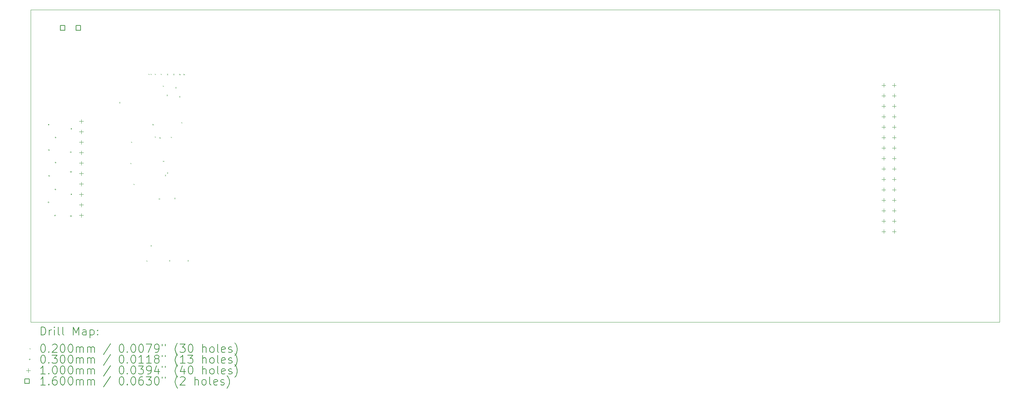
<source format=gbr>
%TF.GenerationSoftware,KiCad,Pcbnew,8.0.3*%
%TF.CreationDate,2025-06-28T13:49:27+03:00*%
%TF.ProjectId,Camera_Expansion_Board_V2.0,43616d65-7261-45f4-9578-70616e73696f,rev?*%
%TF.SameCoordinates,Original*%
%TF.FileFunction,Drillmap*%
%TF.FilePolarity,Positive*%
%FSLAX45Y45*%
G04 Gerber Fmt 4.5, Leading zero omitted, Abs format (unit mm)*
G04 Created by KiCad (PCBNEW 8.0.3) date 2025-06-28 13:49:27*
%MOMM*%
%LPD*%
G01*
G04 APERTURE LIST*
%ADD10C,0.100000*%
%ADD11C,0.200000*%
%ADD12C,0.160000*%
G04 APERTURE END LIST*
D10*
X2770375Y-5461125D02*
X26293375Y-5461125D01*
X26293375Y-13056125D01*
X2770375Y-13056125D01*
X2770375Y-5461125D01*
D11*
D10*
X4922375Y-7706625D02*
X4942375Y-7726625D01*
X4942375Y-7706625D02*
X4922375Y-7726625D01*
X5193375Y-9182625D02*
X5213375Y-9202625D01*
X5213375Y-9182625D02*
X5193375Y-9202625D01*
X5210375Y-8668625D02*
X5230375Y-8688625D01*
X5230375Y-8668625D02*
X5210375Y-8688625D01*
X5267375Y-9690625D02*
X5287375Y-9710625D01*
X5287375Y-9690625D02*
X5267375Y-9710625D01*
X5584375Y-11554625D02*
X5604375Y-11574625D01*
X5604375Y-11554625D02*
X5584375Y-11574625D01*
X5633375Y-7019625D02*
X5653375Y-7039625D01*
X5653375Y-7019625D02*
X5633375Y-7039625D01*
X5683375Y-7019625D02*
X5703375Y-7039625D01*
X5703375Y-7019625D02*
X5683375Y-7039625D01*
X5684375Y-11185625D02*
X5704375Y-11205625D01*
X5704375Y-11185625D02*
X5684375Y-11205625D01*
X5732875Y-8241625D02*
X5752875Y-8261625D01*
X5752875Y-8241625D02*
X5732875Y-8261625D01*
X5784375Y-7019625D02*
X5804375Y-7039625D01*
X5804375Y-7019625D02*
X5784375Y-7039625D01*
X5785375Y-8539625D02*
X5805375Y-8559625D01*
X5805375Y-8539625D02*
X5785375Y-8559625D01*
X5882375Y-10046625D02*
X5902375Y-10066625D01*
X5902375Y-10046625D02*
X5882375Y-10066625D01*
X5899375Y-8563625D02*
X5919375Y-8583625D01*
X5919375Y-8563625D02*
X5899375Y-8583625D01*
X5932375Y-7019625D02*
X5952375Y-7039625D01*
X5952375Y-7019625D02*
X5932375Y-7039625D01*
X5982875Y-7304625D02*
X6002875Y-7324625D01*
X6002875Y-7304625D02*
X5982875Y-7324625D01*
X5984375Y-9134625D02*
X6004375Y-9154625D01*
X6004375Y-9134625D02*
X5984375Y-9154625D01*
X6033375Y-9475625D02*
X6053375Y-9495625D01*
X6053375Y-9475625D02*
X6033375Y-9495625D01*
X6073195Y-7529625D02*
X6093195Y-7549625D01*
X6093195Y-7529625D02*
X6073195Y-7549625D01*
X6081375Y-9417625D02*
X6101375Y-9437625D01*
X6101375Y-9417625D02*
X6081375Y-9437625D01*
X6083375Y-7020625D02*
X6103375Y-7040625D01*
X6103375Y-7020625D02*
X6083375Y-7040625D01*
X6134375Y-11550625D02*
X6154375Y-11570625D01*
X6154375Y-11550625D02*
X6134375Y-11570625D01*
X6177375Y-8549625D02*
X6197375Y-8569625D01*
X6197375Y-8549625D02*
X6177375Y-8569625D01*
X6234375Y-7020625D02*
X6254375Y-7040625D01*
X6254375Y-7020625D02*
X6234375Y-7040625D01*
X6260375Y-10036625D02*
X6280375Y-10056625D01*
X6280375Y-10036625D02*
X6260375Y-10056625D01*
X6283375Y-7342625D02*
X6303375Y-7362625D01*
X6303375Y-7342625D02*
X6283375Y-7362625D01*
X6377375Y-7562625D02*
X6397375Y-7582625D01*
X6397375Y-7562625D02*
X6377375Y-7582625D01*
X6383375Y-7020625D02*
X6403375Y-7040625D01*
X6403375Y-7020625D02*
X6383375Y-7040625D01*
X6432375Y-8195625D02*
X6452375Y-8215625D01*
X6452375Y-8195625D02*
X6432375Y-8215625D01*
X6485375Y-7020625D02*
X6505375Y-7040625D01*
X6505375Y-7020625D02*
X6485375Y-7040625D01*
X6584375Y-11552625D02*
X6604375Y-11572625D01*
X6604375Y-11552625D02*
X6584375Y-11572625D01*
X3220625Y-10144875D02*
G75*
G02*
X3190625Y-10144875I-15000J0D01*
G01*
X3190625Y-10144875D02*
G75*
G02*
X3220625Y-10144875I15000J0D01*
G01*
X3224625Y-8254875D02*
G75*
G02*
X3194625Y-8254875I-15000J0D01*
G01*
X3194625Y-8254875D02*
G75*
G02*
X3224625Y-8254875I15000J0D01*
G01*
X3231625Y-8870875D02*
G75*
G02*
X3201625Y-8870875I-15000J0D01*
G01*
X3201625Y-8870875D02*
G75*
G02*
X3231625Y-8870875I15000J0D01*
G01*
X3236625Y-9500875D02*
G75*
G02*
X3206625Y-9500875I-15000J0D01*
G01*
X3206625Y-9500875D02*
G75*
G02*
X3236625Y-9500875I15000J0D01*
G01*
X3377625Y-10462875D02*
G75*
G02*
X3347625Y-10462875I-15000J0D01*
G01*
X3347625Y-10462875D02*
G75*
G02*
X3377625Y-10462875I15000J0D01*
G01*
X3387625Y-9829875D02*
G75*
G02*
X3357625Y-9829875I-15000J0D01*
G01*
X3357625Y-9829875D02*
G75*
G02*
X3387625Y-9829875I15000J0D01*
G01*
X3391625Y-8564875D02*
G75*
G02*
X3361625Y-8564875I-15000J0D01*
G01*
X3361625Y-8564875D02*
G75*
G02*
X3391625Y-8564875I15000J0D01*
G01*
X3391625Y-9173875D02*
G75*
G02*
X3361625Y-9173875I-15000J0D01*
G01*
X3361625Y-9173875D02*
G75*
G02*
X3391625Y-9173875I15000J0D01*
G01*
X3762625Y-8924875D02*
G75*
G02*
X3732625Y-8924875I-15000J0D01*
G01*
X3732625Y-8924875D02*
G75*
G02*
X3762625Y-8924875I15000J0D01*
G01*
X3766625Y-9401875D02*
G75*
G02*
X3736625Y-9401875I-15000J0D01*
G01*
X3736625Y-9401875D02*
G75*
G02*
X3766625Y-9401875I15000J0D01*
G01*
X3767625Y-10477875D02*
G75*
G02*
X3737625Y-10477875I-15000J0D01*
G01*
X3737625Y-10477875D02*
G75*
G02*
X3767625Y-10477875I15000J0D01*
G01*
X3774625Y-9947875D02*
G75*
G02*
X3744625Y-9947875I-15000J0D01*
G01*
X3744625Y-9947875D02*
G75*
G02*
X3774625Y-9947875I15000J0D01*
G01*
X3776625Y-8356875D02*
G75*
G02*
X3746625Y-8356875I-15000J0D01*
G01*
X3746625Y-8356875D02*
G75*
G02*
X3776625Y-8356875I15000J0D01*
G01*
X4004625Y-8123875D02*
X4004625Y-8223875D01*
X3954625Y-8173875D02*
X4054625Y-8173875D01*
X4004625Y-8377875D02*
X4004625Y-8477875D01*
X3954625Y-8427875D02*
X4054625Y-8427875D01*
X4004625Y-8631875D02*
X4004625Y-8731875D01*
X3954625Y-8681875D02*
X4054625Y-8681875D01*
X4004625Y-8885875D02*
X4004625Y-8985875D01*
X3954625Y-8935875D02*
X4054625Y-8935875D01*
X4004625Y-9139875D02*
X4004625Y-9239875D01*
X3954625Y-9189875D02*
X4054625Y-9189875D01*
X4004625Y-9393875D02*
X4004625Y-9493875D01*
X3954625Y-9443875D02*
X4054625Y-9443875D01*
X4004625Y-9647875D02*
X4004625Y-9747875D01*
X3954625Y-9697875D02*
X4054625Y-9697875D01*
X4004625Y-9901875D02*
X4004625Y-10001875D01*
X3954625Y-9951875D02*
X4054625Y-9951875D01*
X4004625Y-10155875D02*
X4004625Y-10255875D01*
X3954625Y-10205875D02*
X4054625Y-10205875D01*
X4004625Y-10409875D02*
X4004625Y-10509875D01*
X3954625Y-10459875D02*
X4054625Y-10459875D01*
X23479875Y-7244375D02*
X23479875Y-7344375D01*
X23429875Y-7294375D02*
X23529875Y-7294375D01*
X23479875Y-7498375D02*
X23479875Y-7598375D01*
X23429875Y-7548375D02*
X23529875Y-7548375D01*
X23479875Y-7752375D02*
X23479875Y-7852375D01*
X23429875Y-7802375D02*
X23529875Y-7802375D01*
X23479875Y-8006375D02*
X23479875Y-8106375D01*
X23429875Y-8056375D02*
X23529875Y-8056375D01*
X23479875Y-8260375D02*
X23479875Y-8360375D01*
X23429875Y-8310375D02*
X23529875Y-8310375D01*
X23479875Y-8514375D02*
X23479875Y-8614375D01*
X23429875Y-8564375D02*
X23529875Y-8564375D01*
X23479875Y-8768375D02*
X23479875Y-8868375D01*
X23429875Y-8818375D02*
X23529875Y-8818375D01*
X23479875Y-9022375D02*
X23479875Y-9122375D01*
X23429875Y-9072375D02*
X23529875Y-9072375D01*
X23479875Y-9276375D02*
X23479875Y-9376375D01*
X23429875Y-9326375D02*
X23529875Y-9326375D01*
X23479875Y-9530375D02*
X23479875Y-9630375D01*
X23429875Y-9580375D02*
X23529875Y-9580375D01*
X23479875Y-9784375D02*
X23479875Y-9884375D01*
X23429875Y-9834375D02*
X23529875Y-9834375D01*
X23479875Y-10038375D02*
X23479875Y-10138375D01*
X23429875Y-10088375D02*
X23529875Y-10088375D01*
X23479875Y-10292375D02*
X23479875Y-10392375D01*
X23429875Y-10342375D02*
X23529875Y-10342375D01*
X23479875Y-10546375D02*
X23479875Y-10646375D01*
X23429875Y-10596375D02*
X23529875Y-10596375D01*
X23479875Y-10800375D02*
X23479875Y-10900375D01*
X23429875Y-10850375D02*
X23529875Y-10850375D01*
X23733875Y-7244375D02*
X23733875Y-7344375D01*
X23683875Y-7294375D02*
X23783875Y-7294375D01*
X23733875Y-7498375D02*
X23733875Y-7598375D01*
X23683875Y-7548375D02*
X23783875Y-7548375D01*
X23733875Y-7752375D02*
X23733875Y-7852375D01*
X23683875Y-7802375D02*
X23783875Y-7802375D01*
X23733875Y-8006375D02*
X23733875Y-8106375D01*
X23683875Y-8056375D02*
X23783875Y-8056375D01*
X23733875Y-8260375D02*
X23733875Y-8360375D01*
X23683875Y-8310375D02*
X23783875Y-8310375D01*
X23733875Y-8514375D02*
X23733875Y-8614375D01*
X23683875Y-8564375D02*
X23783875Y-8564375D01*
X23733875Y-8768375D02*
X23733875Y-8868375D01*
X23683875Y-8818375D02*
X23783875Y-8818375D01*
X23733875Y-9022375D02*
X23733875Y-9122375D01*
X23683875Y-9072375D02*
X23783875Y-9072375D01*
X23733875Y-9276375D02*
X23733875Y-9376375D01*
X23683875Y-9326375D02*
X23783875Y-9326375D01*
X23733875Y-9530375D02*
X23733875Y-9630375D01*
X23683875Y-9580375D02*
X23783875Y-9580375D01*
X23733875Y-9784375D02*
X23733875Y-9884375D01*
X23683875Y-9834375D02*
X23783875Y-9834375D01*
X23733875Y-10038375D02*
X23733875Y-10138375D01*
X23683875Y-10088375D02*
X23783875Y-10088375D01*
X23733875Y-10292375D02*
X23733875Y-10392375D01*
X23683875Y-10342375D02*
X23783875Y-10342375D01*
X23733875Y-10546375D02*
X23733875Y-10646375D01*
X23683875Y-10596375D02*
X23783875Y-10596375D01*
X23733875Y-10800375D02*
X23733875Y-10900375D01*
X23683875Y-10850375D02*
X23783875Y-10850375D01*
D12*
X3606444Y-5956694D02*
X3606444Y-5843556D01*
X3493306Y-5843556D01*
X3493306Y-5956694D01*
X3606444Y-5956694D01*
X3987444Y-5956694D02*
X3987444Y-5843556D01*
X3874306Y-5843556D01*
X3874306Y-5956694D01*
X3987444Y-5956694D01*
D11*
X3026152Y-13372609D02*
X3026152Y-13172609D01*
X3026152Y-13172609D02*
X3073771Y-13172609D01*
X3073771Y-13172609D02*
X3102342Y-13182133D01*
X3102342Y-13182133D02*
X3121390Y-13201180D01*
X3121390Y-13201180D02*
X3130914Y-13220228D01*
X3130914Y-13220228D02*
X3140437Y-13258323D01*
X3140437Y-13258323D02*
X3140437Y-13286894D01*
X3140437Y-13286894D02*
X3130914Y-13324990D01*
X3130914Y-13324990D02*
X3121390Y-13344037D01*
X3121390Y-13344037D02*
X3102342Y-13363085D01*
X3102342Y-13363085D02*
X3073771Y-13372609D01*
X3073771Y-13372609D02*
X3026152Y-13372609D01*
X3226152Y-13372609D02*
X3226152Y-13239275D01*
X3226152Y-13277371D02*
X3235676Y-13258323D01*
X3235676Y-13258323D02*
X3245199Y-13248799D01*
X3245199Y-13248799D02*
X3264247Y-13239275D01*
X3264247Y-13239275D02*
X3283295Y-13239275D01*
X3349961Y-13372609D02*
X3349961Y-13239275D01*
X3349961Y-13172609D02*
X3340437Y-13182133D01*
X3340437Y-13182133D02*
X3349961Y-13191656D01*
X3349961Y-13191656D02*
X3359485Y-13182133D01*
X3359485Y-13182133D02*
X3349961Y-13172609D01*
X3349961Y-13172609D02*
X3349961Y-13191656D01*
X3473771Y-13372609D02*
X3454723Y-13363085D01*
X3454723Y-13363085D02*
X3445199Y-13344037D01*
X3445199Y-13344037D02*
X3445199Y-13172609D01*
X3578533Y-13372609D02*
X3559485Y-13363085D01*
X3559485Y-13363085D02*
X3549961Y-13344037D01*
X3549961Y-13344037D02*
X3549961Y-13172609D01*
X3807104Y-13372609D02*
X3807104Y-13172609D01*
X3807104Y-13172609D02*
X3873771Y-13315466D01*
X3873771Y-13315466D02*
X3940437Y-13172609D01*
X3940437Y-13172609D02*
X3940437Y-13372609D01*
X4121390Y-13372609D02*
X4121390Y-13267847D01*
X4121390Y-13267847D02*
X4111866Y-13248799D01*
X4111866Y-13248799D02*
X4092818Y-13239275D01*
X4092818Y-13239275D02*
X4054723Y-13239275D01*
X4054723Y-13239275D02*
X4035676Y-13248799D01*
X4121390Y-13363085D02*
X4102342Y-13372609D01*
X4102342Y-13372609D02*
X4054723Y-13372609D01*
X4054723Y-13372609D02*
X4035676Y-13363085D01*
X4035676Y-13363085D02*
X4026152Y-13344037D01*
X4026152Y-13344037D02*
X4026152Y-13324990D01*
X4026152Y-13324990D02*
X4035676Y-13305942D01*
X4035676Y-13305942D02*
X4054723Y-13296418D01*
X4054723Y-13296418D02*
X4102342Y-13296418D01*
X4102342Y-13296418D02*
X4121390Y-13286894D01*
X4216628Y-13239275D02*
X4216628Y-13439275D01*
X4216628Y-13248799D02*
X4235676Y-13239275D01*
X4235676Y-13239275D02*
X4273771Y-13239275D01*
X4273771Y-13239275D02*
X4292819Y-13248799D01*
X4292819Y-13248799D02*
X4302342Y-13258323D01*
X4302342Y-13258323D02*
X4311866Y-13277371D01*
X4311866Y-13277371D02*
X4311866Y-13334513D01*
X4311866Y-13334513D02*
X4302342Y-13353561D01*
X4302342Y-13353561D02*
X4292819Y-13363085D01*
X4292819Y-13363085D02*
X4273771Y-13372609D01*
X4273771Y-13372609D02*
X4235676Y-13372609D01*
X4235676Y-13372609D02*
X4216628Y-13363085D01*
X4397580Y-13353561D02*
X4407104Y-13363085D01*
X4407104Y-13363085D02*
X4397580Y-13372609D01*
X4397580Y-13372609D02*
X4388057Y-13363085D01*
X4388057Y-13363085D02*
X4397580Y-13353561D01*
X4397580Y-13353561D02*
X4397580Y-13372609D01*
X4397580Y-13248799D02*
X4407104Y-13258323D01*
X4407104Y-13258323D02*
X4397580Y-13267847D01*
X4397580Y-13267847D02*
X4388057Y-13258323D01*
X4388057Y-13258323D02*
X4397580Y-13248799D01*
X4397580Y-13248799D02*
X4397580Y-13267847D01*
D10*
X2745375Y-13691125D02*
X2765375Y-13711125D01*
X2765375Y-13691125D02*
X2745375Y-13711125D01*
D11*
X3064247Y-13592609D02*
X3083295Y-13592609D01*
X3083295Y-13592609D02*
X3102342Y-13602133D01*
X3102342Y-13602133D02*
X3111866Y-13611656D01*
X3111866Y-13611656D02*
X3121390Y-13630704D01*
X3121390Y-13630704D02*
X3130914Y-13668799D01*
X3130914Y-13668799D02*
X3130914Y-13716418D01*
X3130914Y-13716418D02*
X3121390Y-13754513D01*
X3121390Y-13754513D02*
X3111866Y-13773561D01*
X3111866Y-13773561D02*
X3102342Y-13783085D01*
X3102342Y-13783085D02*
X3083295Y-13792609D01*
X3083295Y-13792609D02*
X3064247Y-13792609D01*
X3064247Y-13792609D02*
X3045199Y-13783085D01*
X3045199Y-13783085D02*
X3035676Y-13773561D01*
X3035676Y-13773561D02*
X3026152Y-13754513D01*
X3026152Y-13754513D02*
X3016628Y-13716418D01*
X3016628Y-13716418D02*
X3016628Y-13668799D01*
X3016628Y-13668799D02*
X3026152Y-13630704D01*
X3026152Y-13630704D02*
X3035676Y-13611656D01*
X3035676Y-13611656D02*
X3045199Y-13602133D01*
X3045199Y-13602133D02*
X3064247Y-13592609D01*
X3216628Y-13773561D02*
X3226152Y-13783085D01*
X3226152Y-13783085D02*
X3216628Y-13792609D01*
X3216628Y-13792609D02*
X3207104Y-13783085D01*
X3207104Y-13783085D02*
X3216628Y-13773561D01*
X3216628Y-13773561D02*
X3216628Y-13792609D01*
X3302342Y-13611656D02*
X3311866Y-13602133D01*
X3311866Y-13602133D02*
X3330914Y-13592609D01*
X3330914Y-13592609D02*
X3378533Y-13592609D01*
X3378533Y-13592609D02*
X3397580Y-13602133D01*
X3397580Y-13602133D02*
X3407104Y-13611656D01*
X3407104Y-13611656D02*
X3416628Y-13630704D01*
X3416628Y-13630704D02*
X3416628Y-13649752D01*
X3416628Y-13649752D02*
X3407104Y-13678323D01*
X3407104Y-13678323D02*
X3292818Y-13792609D01*
X3292818Y-13792609D02*
X3416628Y-13792609D01*
X3540437Y-13592609D02*
X3559485Y-13592609D01*
X3559485Y-13592609D02*
X3578533Y-13602133D01*
X3578533Y-13602133D02*
X3588057Y-13611656D01*
X3588057Y-13611656D02*
X3597580Y-13630704D01*
X3597580Y-13630704D02*
X3607104Y-13668799D01*
X3607104Y-13668799D02*
X3607104Y-13716418D01*
X3607104Y-13716418D02*
X3597580Y-13754513D01*
X3597580Y-13754513D02*
X3588057Y-13773561D01*
X3588057Y-13773561D02*
X3578533Y-13783085D01*
X3578533Y-13783085D02*
X3559485Y-13792609D01*
X3559485Y-13792609D02*
X3540437Y-13792609D01*
X3540437Y-13792609D02*
X3521390Y-13783085D01*
X3521390Y-13783085D02*
X3511866Y-13773561D01*
X3511866Y-13773561D02*
X3502342Y-13754513D01*
X3502342Y-13754513D02*
X3492818Y-13716418D01*
X3492818Y-13716418D02*
X3492818Y-13668799D01*
X3492818Y-13668799D02*
X3502342Y-13630704D01*
X3502342Y-13630704D02*
X3511866Y-13611656D01*
X3511866Y-13611656D02*
X3521390Y-13602133D01*
X3521390Y-13602133D02*
X3540437Y-13592609D01*
X3730914Y-13592609D02*
X3749961Y-13592609D01*
X3749961Y-13592609D02*
X3769009Y-13602133D01*
X3769009Y-13602133D02*
X3778533Y-13611656D01*
X3778533Y-13611656D02*
X3788057Y-13630704D01*
X3788057Y-13630704D02*
X3797580Y-13668799D01*
X3797580Y-13668799D02*
X3797580Y-13716418D01*
X3797580Y-13716418D02*
X3788057Y-13754513D01*
X3788057Y-13754513D02*
X3778533Y-13773561D01*
X3778533Y-13773561D02*
X3769009Y-13783085D01*
X3769009Y-13783085D02*
X3749961Y-13792609D01*
X3749961Y-13792609D02*
X3730914Y-13792609D01*
X3730914Y-13792609D02*
X3711866Y-13783085D01*
X3711866Y-13783085D02*
X3702342Y-13773561D01*
X3702342Y-13773561D02*
X3692818Y-13754513D01*
X3692818Y-13754513D02*
X3683295Y-13716418D01*
X3683295Y-13716418D02*
X3683295Y-13668799D01*
X3683295Y-13668799D02*
X3692818Y-13630704D01*
X3692818Y-13630704D02*
X3702342Y-13611656D01*
X3702342Y-13611656D02*
X3711866Y-13602133D01*
X3711866Y-13602133D02*
X3730914Y-13592609D01*
X3883295Y-13792609D02*
X3883295Y-13659275D01*
X3883295Y-13678323D02*
X3892818Y-13668799D01*
X3892818Y-13668799D02*
X3911866Y-13659275D01*
X3911866Y-13659275D02*
X3940438Y-13659275D01*
X3940438Y-13659275D02*
X3959485Y-13668799D01*
X3959485Y-13668799D02*
X3969009Y-13687847D01*
X3969009Y-13687847D02*
X3969009Y-13792609D01*
X3969009Y-13687847D02*
X3978533Y-13668799D01*
X3978533Y-13668799D02*
X3997580Y-13659275D01*
X3997580Y-13659275D02*
X4026152Y-13659275D01*
X4026152Y-13659275D02*
X4045199Y-13668799D01*
X4045199Y-13668799D02*
X4054723Y-13687847D01*
X4054723Y-13687847D02*
X4054723Y-13792609D01*
X4149961Y-13792609D02*
X4149961Y-13659275D01*
X4149961Y-13678323D02*
X4159485Y-13668799D01*
X4159485Y-13668799D02*
X4178533Y-13659275D01*
X4178533Y-13659275D02*
X4207104Y-13659275D01*
X4207104Y-13659275D02*
X4226152Y-13668799D01*
X4226152Y-13668799D02*
X4235676Y-13687847D01*
X4235676Y-13687847D02*
X4235676Y-13792609D01*
X4235676Y-13687847D02*
X4245200Y-13668799D01*
X4245200Y-13668799D02*
X4264247Y-13659275D01*
X4264247Y-13659275D02*
X4292819Y-13659275D01*
X4292819Y-13659275D02*
X4311866Y-13668799D01*
X4311866Y-13668799D02*
X4321390Y-13687847D01*
X4321390Y-13687847D02*
X4321390Y-13792609D01*
X4711866Y-13583085D02*
X4540438Y-13840228D01*
X4969009Y-13592609D02*
X4988057Y-13592609D01*
X4988057Y-13592609D02*
X5007104Y-13602133D01*
X5007104Y-13602133D02*
X5016628Y-13611656D01*
X5016628Y-13611656D02*
X5026152Y-13630704D01*
X5026152Y-13630704D02*
X5035676Y-13668799D01*
X5035676Y-13668799D02*
X5035676Y-13716418D01*
X5035676Y-13716418D02*
X5026152Y-13754513D01*
X5026152Y-13754513D02*
X5016628Y-13773561D01*
X5016628Y-13773561D02*
X5007104Y-13783085D01*
X5007104Y-13783085D02*
X4988057Y-13792609D01*
X4988057Y-13792609D02*
X4969009Y-13792609D01*
X4969009Y-13792609D02*
X4949962Y-13783085D01*
X4949962Y-13783085D02*
X4940438Y-13773561D01*
X4940438Y-13773561D02*
X4930914Y-13754513D01*
X4930914Y-13754513D02*
X4921390Y-13716418D01*
X4921390Y-13716418D02*
X4921390Y-13668799D01*
X4921390Y-13668799D02*
X4930914Y-13630704D01*
X4930914Y-13630704D02*
X4940438Y-13611656D01*
X4940438Y-13611656D02*
X4949962Y-13602133D01*
X4949962Y-13602133D02*
X4969009Y-13592609D01*
X5121390Y-13773561D02*
X5130914Y-13783085D01*
X5130914Y-13783085D02*
X5121390Y-13792609D01*
X5121390Y-13792609D02*
X5111866Y-13783085D01*
X5111866Y-13783085D02*
X5121390Y-13773561D01*
X5121390Y-13773561D02*
X5121390Y-13792609D01*
X5254723Y-13592609D02*
X5273771Y-13592609D01*
X5273771Y-13592609D02*
X5292819Y-13602133D01*
X5292819Y-13602133D02*
X5302343Y-13611656D01*
X5302343Y-13611656D02*
X5311866Y-13630704D01*
X5311866Y-13630704D02*
X5321390Y-13668799D01*
X5321390Y-13668799D02*
X5321390Y-13716418D01*
X5321390Y-13716418D02*
X5311866Y-13754513D01*
X5311866Y-13754513D02*
X5302343Y-13773561D01*
X5302343Y-13773561D02*
X5292819Y-13783085D01*
X5292819Y-13783085D02*
X5273771Y-13792609D01*
X5273771Y-13792609D02*
X5254723Y-13792609D01*
X5254723Y-13792609D02*
X5235676Y-13783085D01*
X5235676Y-13783085D02*
X5226152Y-13773561D01*
X5226152Y-13773561D02*
X5216628Y-13754513D01*
X5216628Y-13754513D02*
X5207104Y-13716418D01*
X5207104Y-13716418D02*
X5207104Y-13668799D01*
X5207104Y-13668799D02*
X5216628Y-13630704D01*
X5216628Y-13630704D02*
X5226152Y-13611656D01*
X5226152Y-13611656D02*
X5235676Y-13602133D01*
X5235676Y-13602133D02*
X5254723Y-13592609D01*
X5445200Y-13592609D02*
X5464247Y-13592609D01*
X5464247Y-13592609D02*
X5483295Y-13602133D01*
X5483295Y-13602133D02*
X5492819Y-13611656D01*
X5492819Y-13611656D02*
X5502343Y-13630704D01*
X5502343Y-13630704D02*
X5511866Y-13668799D01*
X5511866Y-13668799D02*
X5511866Y-13716418D01*
X5511866Y-13716418D02*
X5502343Y-13754513D01*
X5502343Y-13754513D02*
X5492819Y-13773561D01*
X5492819Y-13773561D02*
X5483295Y-13783085D01*
X5483295Y-13783085D02*
X5464247Y-13792609D01*
X5464247Y-13792609D02*
X5445200Y-13792609D01*
X5445200Y-13792609D02*
X5426152Y-13783085D01*
X5426152Y-13783085D02*
X5416628Y-13773561D01*
X5416628Y-13773561D02*
X5407104Y-13754513D01*
X5407104Y-13754513D02*
X5397581Y-13716418D01*
X5397581Y-13716418D02*
X5397581Y-13668799D01*
X5397581Y-13668799D02*
X5407104Y-13630704D01*
X5407104Y-13630704D02*
X5416628Y-13611656D01*
X5416628Y-13611656D02*
X5426152Y-13602133D01*
X5426152Y-13602133D02*
X5445200Y-13592609D01*
X5578533Y-13592609D02*
X5711866Y-13592609D01*
X5711866Y-13592609D02*
X5626152Y-13792609D01*
X5797581Y-13792609D02*
X5835676Y-13792609D01*
X5835676Y-13792609D02*
X5854723Y-13783085D01*
X5854723Y-13783085D02*
X5864247Y-13773561D01*
X5864247Y-13773561D02*
X5883295Y-13744990D01*
X5883295Y-13744990D02*
X5892819Y-13706894D01*
X5892819Y-13706894D02*
X5892819Y-13630704D01*
X5892819Y-13630704D02*
X5883295Y-13611656D01*
X5883295Y-13611656D02*
X5873771Y-13602133D01*
X5873771Y-13602133D02*
X5854723Y-13592609D01*
X5854723Y-13592609D02*
X5816628Y-13592609D01*
X5816628Y-13592609D02*
X5797581Y-13602133D01*
X5797581Y-13602133D02*
X5788057Y-13611656D01*
X5788057Y-13611656D02*
X5778533Y-13630704D01*
X5778533Y-13630704D02*
X5778533Y-13678323D01*
X5778533Y-13678323D02*
X5788057Y-13697371D01*
X5788057Y-13697371D02*
X5797581Y-13706894D01*
X5797581Y-13706894D02*
X5816628Y-13716418D01*
X5816628Y-13716418D02*
X5854723Y-13716418D01*
X5854723Y-13716418D02*
X5873771Y-13706894D01*
X5873771Y-13706894D02*
X5883295Y-13697371D01*
X5883295Y-13697371D02*
X5892819Y-13678323D01*
X5969009Y-13592609D02*
X5969009Y-13630704D01*
X6045200Y-13592609D02*
X6045200Y-13630704D01*
X6340438Y-13868799D02*
X6330914Y-13859275D01*
X6330914Y-13859275D02*
X6311866Y-13830704D01*
X6311866Y-13830704D02*
X6302343Y-13811656D01*
X6302343Y-13811656D02*
X6292819Y-13783085D01*
X6292819Y-13783085D02*
X6283295Y-13735466D01*
X6283295Y-13735466D02*
X6283295Y-13697371D01*
X6283295Y-13697371D02*
X6292819Y-13649752D01*
X6292819Y-13649752D02*
X6302343Y-13621180D01*
X6302343Y-13621180D02*
X6311866Y-13602133D01*
X6311866Y-13602133D02*
X6330914Y-13573561D01*
X6330914Y-13573561D02*
X6340438Y-13564037D01*
X6397581Y-13592609D02*
X6521390Y-13592609D01*
X6521390Y-13592609D02*
X6454723Y-13668799D01*
X6454723Y-13668799D02*
X6483295Y-13668799D01*
X6483295Y-13668799D02*
X6502343Y-13678323D01*
X6502343Y-13678323D02*
X6511866Y-13687847D01*
X6511866Y-13687847D02*
X6521390Y-13706894D01*
X6521390Y-13706894D02*
X6521390Y-13754513D01*
X6521390Y-13754513D02*
X6511866Y-13773561D01*
X6511866Y-13773561D02*
X6502343Y-13783085D01*
X6502343Y-13783085D02*
X6483295Y-13792609D01*
X6483295Y-13792609D02*
X6426152Y-13792609D01*
X6426152Y-13792609D02*
X6407104Y-13783085D01*
X6407104Y-13783085D02*
X6397581Y-13773561D01*
X6645200Y-13592609D02*
X6664247Y-13592609D01*
X6664247Y-13592609D02*
X6683295Y-13602133D01*
X6683295Y-13602133D02*
X6692819Y-13611656D01*
X6692819Y-13611656D02*
X6702343Y-13630704D01*
X6702343Y-13630704D02*
X6711866Y-13668799D01*
X6711866Y-13668799D02*
X6711866Y-13716418D01*
X6711866Y-13716418D02*
X6702343Y-13754513D01*
X6702343Y-13754513D02*
X6692819Y-13773561D01*
X6692819Y-13773561D02*
X6683295Y-13783085D01*
X6683295Y-13783085D02*
X6664247Y-13792609D01*
X6664247Y-13792609D02*
X6645200Y-13792609D01*
X6645200Y-13792609D02*
X6626152Y-13783085D01*
X6626152Y-13783085D02*
X6616628Y-13773561D01*
X6616628Y-13773561D02*
X6607104Y-13754513D01*
X6607104Y-13754513D02*
X6597581Y-13716418D01*
X6597581Y-13716418D02*
X6597581Y-13668799D01*
X6597581Y-13668799D02*
X6607104Y-13630704D01*
X6607104Y-13630704D02*
X6616628Y-13611656D01*
X6616628Y-13611656D02*
X6626152Y-13602133D01*
X6626152Y-13602133D02*
X6645200Y-13592609D01*
X6949962Y-13792609D02*
X6949962Y-13592609D01*
X7035676Y-13792609D02*
X7035676Y-13687847D01*
X7035676Y-13687847D02*
X7026152Y-13668799D01*
X7026152Y-13668799D02*
X7007105Y-13659275D01*
X7007105Y-13659275D02*
X6978533Y-13659275D01*
X6978533Y-13659275D02*
X6959485Y-13668799D01*
X6959485Y-13668799D02*
X6949962Y-13678323D01*
X7159485Y-13792609D02*
X7140438Y-13783085D01*
X7140438Y-13783085D02*
X7130914Y-13773561D01*
X7130914Y-13773561D02*
X7121390Y-13754513D01*
X7121390Y-13754513D02*
X7121390Y-13697371D01*
X7121390Y-13697371D02*
X7130914Y-13678323D01*
X7130914Y-13678323D02*
X7140438Y-13668799D01*
X7140438Y-13668799D02*
X7159485Y-13659275D01*
X7159485Y-13659275D02*
X7188057Y-13659275D01*
X7188057Y-13659275D02*
X7207105Y-13668799D01*
X7207105Y-13668799D02*
X7216628Y-13678323D01*
X7216628Y-13678323D02*
X7226152Y-13697371D01*
X7226152Y-13697371D02*
X7226152Y-13754513D01*
X7226152Y-13754513D02*
X7216628Y-13773561D01*
X7216628Y-13773561D02*
X7207105Y-13783085D01*
X7207105Y-13783085D02*
X7188057Y-13792609D01*
X7188057Y-13792609D02*
X7159485Y-13792609D01*
X7340438Y-13792609D02*
X7321390Y-13783085D01*
X7321390Y-13783085D02*
X7311866Y-13764037D01*
X7311866Y-13764037D02*
X7311866Y-13592609D01*
X7492819Y-13783085D02*
X7473771Y-13792609D01*
X7473771Y-13792609D02*
X7435676Y-13792609D01*
X7435676Y-13792609D02*
X7416628Y-13783085D01*
X7416628Y-13783085D02*
X7407105Y-13764037D01*
X7407105Y-13764037D02*
X7407105Y-13687847D01*
X7407105Y-13687847D02*
X7416628Y-13668799D01*
X7416628Y-13668799D02*
X7435676Y-13659275D01*
X7435676Y-13659275D02*
X7473771Y-13659275D01*
X7473771Y-13659275D02*
X7492819Y-13668799D01*
X7492819Y-13668799D02*
X7502343Y-13687847D01*
X7502343Y-13687847D02*
X7502343Y-13706894D01*
X7502343Y-13706894D02*
X7407105Y-13725942D01*
X7578533Y-13783085D02*
X7597581Y-13792609D01*
X7597581Y-13792609D02*
X7635676Y-13792609D01*
X7635676Y-13792609D02*
X7654724Y-13783085D01*
X7654724Y-13783085D02*
X7664247Y-13764037D01*
X7664247Y-13764037D02*
X7664247Y-13754513D01*
X7664247Y-13754513D02*
X7654724Y-13735466D01*
X7654724Y-13735466D02*
X7635676Y-13725942D01*
X7635676Y-13725942D02*
X7607105Y-13725942D01*
X7607105Y-13725942D02*
X7588057Y-13716418D01*
X7588057Y-13716418D02*
X7578533Y-13697371D01*
X7578533Y-13697371D02*
X7578533Y-13687847D01*
X7578533Y-13687847D02*
X7588057Y-13668799D01*
X7588057Y-13668799D02*
X7607105Y-13659275D01*
X7607105Y-13659275D02*
X7635676Y-13659275D01*
X7635676Y-13659275D02*
X7654724Y-13668799D01*
X7730914Y-13868799D02*
X7740438Y-13859275D01*
X7740438Y-13859275D02*
X7759486Y-13830704D01*
X7759486Y-13830704D02*
X7769009Y-13811656D01*
X7769009Y-13811656D02*
X7778533Y-13783085D01*
X7778533Y-13783085D02*
X7788057Y-13735466D01*
X7788057Y-13735466D02*
X7788057Y-13697371D01*
X7788057Y-13697371D02*
X7778533Y-13649752D01*
X7778533Y-13649752D02*
X7769009Y-13621180D01*
X7769009Y-13621180D02*
X7759486Y-13602133D01*
X7759486Y-13602133D02*
X7740438Y-13573561D01*
X7740438Y-13573561D02*
X7730914Y-13564037D01*
D10*
X2765375Y-13965125D02*
G75*
G02*
X2735375Y-13965125I-15000J0D01*
G01*
X2735375Y-13965125D02*
G75*
G02*
X2765375Y-13965125I15000J0D01*
G01*
D11*
X3064247Y-13856609D02*
X3083295Y-13856609D01*
X3083295Y-13856609D02*
X3102342Y-13866133D01*
X3102342Y-13866133D02*
X3111866Y-13875656D01*
X3111866Y-13875656D02*
X3121390Y-13894704D01*
X3121390Y-13894704D02*
X3130914Y-13932799D01*
X3130914Y-13932799D02*
X3130914Y-13980418D01*
X3130914Y-13980418D02*
X3121390Y-14018513D01*
X3121390Y-14018513D02*
X3111866Y-14037561D01*
X3111866Y-14037561D02*
X3102342Y-14047085D01*
X3102342Y-14047085D02*
X3083295Y-14056609D01*
X3083295Y-14056609D02*
X3064247Y-14056609D01*
X3064247Y-14056609D02*
X3045199Y-14047085D01*
X3045199Y-14047085D02*
X3035676Y-14037561D01*
X3035676Y-14037561D02*
X3026152Y-14018513D01*
X3026152Y-14018513D02*
X3016628Y-13980418D01*
X3016628Y-13980418D02*
X3016628Y-13932799D01*
X3016628Y-13932799D02*
X3026152Y-13894704D01*
X3026152Y-13894704D02*
X3035676Y-13875656D01*
X3035676Y-13875656D02*
X3045199Y-13866133D01*
X3045199Y-13866133D02*
X3064247Y-13856609D01*
X3216628Y-14037561D02*
X3226152Y-14047085D01*
X3226152Y-14047085D02*
X3216628Y-14056609D01*
X3216628Y-14056609D02*
X3207104Y-14047085D01*
X3207104Y-14047085D02*
X3216628Y-14037561D01*
X3216628Y-14037561D02*
X3216628Y-14056609D01*
X3292818Y-13856609D02*
X3416628Y-13856609D01*
X3416628Y-13856609D02*
X3349961Y-13932799D01*
X3349961Y-13932799D02*
X3378533Y-13932799D01*
X3378533Y-13932799D02*
X3397580Y-13942323D01*
X3397580Y-13942323D02*
X3407104Y-13951847D01*
X3407104Y-13951847D02*
X3416628Y-13970894D01*
X3416628Y-13970894D02*
X3416628Y-14018513D01*
X3416628Y-14018513D02*
X3407104Y-14037561D01*
X3407104Y-14037561D02*
X3397580Y-14047085D01*
X3397580Y-14047085D02*
X3378533Y-14056609D01*
X3378533Y-14056609D02*
X3321390Y-14056609D01*
X3321390Y-14056609D02*
X3302342Y-14047085D01*
X3302342Y-14047085D02*
X3292818Y-14037561D01*
X3540437Y-13856609D02*
X3559485Y-13856609D01*
X3559485Y-13856609D02*
X3578533Y-13866133D01*
X3578533Y-13866133D02*
X3588057Y-13875656D01*
X3588057Y-13875656D02*
X3597580Y-13894704D01*
X3597580Y-13894704D02*
X3607104Y-13932799D01*
X3607104Y-13932799D02*
X3607104Y-13980418D01*
X3607104Y-13980418D02*
X3597580Y-14018513D01*
X3597580Y-14018513D02*
X3588057Y-14037561D01*
X3588057Y-14037561D02*
X3578533Y-14047085D01*
X3578533Y-14047085D02*
X3559485Y-14056609D01*
X3559485Y-14056609D02*
X3540437Y-14056609D01*
X3540437Y-14056609D02*
X3521390Y-14047085D01*
X3521390Y-14047085D02*
X3511866Y-14037561D01*
X3511866Y-14037561D02*
X3502342Y-14018513D01*
X3502342Y-14018513D02*
X3492818Y-13980418D01*
X3492818Y-13980418D02*
X3492818Y-13932799D01*
X3492818Y-13932799D02*
X3502342Y-13894704D01*
X3502342Y-13894704D02*
X3511866Y-13875656D01*
X3511866Y-13875656D02*
X3521390Y-13866133D01*
X3521390Y-13866133D02*
X3540437Y-13856609D01*
X3730914Y-13856609D02*
X3749961Y-13856609D01*
X3749961Y-13856609D02*
X3769009Y-13866133D01*
X3769009Y-13866133D02*
X3778533Y-13875656D01*
X3778533Y-13875656D02*
X3788057Y-13894704D01*
X3788057Y-13894704D02*
X3797580Y-13932799D01*
X3797580Y-13932799D02*
X3797580Y-13980418D01*
X3797580Y-13980418D02*
X3788057Y-14018513D01*
X3788057Y-14018513D02*
X3778533Y-14037561D01*
X3778533Y-14037561D02*
X3769009Y-14047085D01*
X3769009Y-14047085D02*
X3749961Y-14056609D01*
X3749961Y-14056609D02*
X3730914Y-14056609D01*
X3730914Y-14056609D02*
X3711866Y-14047085D01*
X3711866Y-14047085D02*
X3702342Y-14037561D01*
X3702342Y-14037561D02*
X3692818Y-14018513D01*
X3692818Y-14018513D02*
X3683295Y-13980418D01*
X3683295Y-13980418D02*
X3683295Y-13932799D01*
X3683295Y-13932799D02*
X3692818Y-13894704D01*
X3692818Y-13894704D02*
X3702342Y-13875656D01*
X3702342Y-13875656D02*
X3711866Y-13866133D01*
X3711866Y-13866133D02*
X3730914Y-13856609D01*
X3883295Y-14056609D02*
X3883295Y-13923275D01*
X3883295Y-13942323D02*
X3892818Y-13932799D01*
X3892818Y-13932799D02*
X3911866Y-13923275D01*
X3911866Y-13923275D02*
X3940438Y-13923275D01*
X3940438Y-13923275D02*
X3959485Y-13932799D01*
X3959485Y-13932799D02*
X3969009Y-13951847D01*
X3969009Y-13951847D02*
X3969009Y-14056609D01*
X3969009Y-13951847D02*
X3978533Y-13932799D01*
X3978533Y-13932799D02*
X3997580Y-13923275D01*
X3997580Y-13923275D02*
X4026152Y-13923275D01*
X4026152Y-13923275D02*
X4045199Y-13932799D01*
X4045199Y-13932799D02*
X4054723Y-13951847D01*
X4054723Y-13951847D02*
X4054723Y-14056609D01*
X4149961Y-14056609D02*
X4149961Y-13923275D01*
X4149961Y-13942323D02*
X4159485Y-13932799D01*
X4159485Y-13932799D02*
X4178533Y-13923275D01*
X4178533Y-13923275D02*
X4207104Y-13923275D01*
X4207104Y-13923275D02*
X4226152Y-13932799D01*
X4226152Y-13932799D02*
X4235676Y-13951847D01*
X4235676Y-13951847D02*
X4235676Y-14056609D01*
X4235676Y-13951847D02*
X4245200Y-13932799D01*
X4245200Y-13932799D02*
X4264247Y-13923275D01*
X4264247Y-13923275D02*
X4292819Y-13923275D01*
X4292819Y-13923275D02*
X4311866Y-13932799D01*
X4311866Y-13932799D02*
X4321390Y-13951847D01*
X4321390Y-13951847D02*
X4321390Y-14056609D01*
X4711866Y-13847085D02*
X4540438Y-14104228D01*
X4969009Y-13856609D02*
X4988057Y-13856609D01*
X4988057Y-13856609D02*
X5007104Y-13866133D01*
X5007104Y-13866133D02*
X5016628Y-13875656D01*
X5016628Y-13875656D02*
X5026152Y-13894704D01*
X5026152Y-13894704D02*
X5035676Y-13932799D01*
X5035676Y-13932799D02*
X5035676Y-13980418D01*
X5035676Y-13980418D02*
X5026152Y-14018513D01*
X5026152Y-14018513D02*
X5016628Y-14037561D01*
X5016628Y-14037561D02*
X5007104Y-14047085D01*
X5007104Y-14047085D02*
X4988057Y-14056609D01*
X4988057Y-14056609D02*
X4969009Y-14056609D01*
X4969009Y-14056609D02*
X4949962Y-14047085D01*
X4949962Y-14047085D02*
X4940438Y-14037561D01*
X4940438Y-14037561D02*
X4930914Y-14018513D01*
X4930914Y-14018513D02*
X4921390Y-13980418D01*
X4921390Y-13980418D02*
X4921390Y-13932799D01*
X4921390Y-13932799D02*
X4930914Y-13894704D01*
X4930914Y-13894704D02*
X4940438Y-13875656D01*
X4940438Y-13875656D02*
X4949962Y-13866133D01*
X4949962Y-13866133D02*
X4969009Y-13856609D01*
X5121390Y-14037561D02*
X5130914Y-14047085D01*
X5130914Y-14047085D02*
X5121390Y-14056609D01*
X5121390Y-14056609D02*
X5111866Y-14047085D01*
X5111866Y-14047085D02*
X5121390Y-14037561D01*
X5121390Y-14037561D02*
X5121390Y-14056609D01*
X5254723Y-13856609D02*
X5273771Y-13856609D01*
X5273771Y-13856609D02*
X5292819Y-13866133D01*
X5292819Y-13866133D02*
X5302343Y-13875656D01*
X5302343Y-13875656D02*
X5311866Y-13894704D01*
X5311866Y-13894704D02*
X5321390Y-13932799D01*
X5321390Y-13932799D02*
X5321390Y-13980418D01*
X5321390Y-13980418D02*
X5311866Y-14018513D01*
X5311866Y-14018513D02*
X5302343Y-14037561D01*
X5302343Y-14037561D02*
X5292819Y-14047085D01*
X5292819Y-14047085D02*
X5273771Y-14056609D01*
X5273771Y-14056609D02*
X5254723Y-14056609D01*
X5254723Y-14056609D02*
X5235676Y-14047085D01*
X5235676Y-14047085D02*
X5226152Y-14037561D01*
X5226152Y-14037561D02*
X5216628Y-14018513D01*
X5216628Y-14018513D02*
X5207104Y-13980418D01*
X5207104Y-13980418D02*
X5207104Y-13932799D01*
X5207104Y-13932799D02*
X5216628Y-13894704D01*
X5216628Y-13894704D02*
X5226152Y-13875656D01*
X5226152Y-13875656D02*
X5235676Y-13866133D01*
X5235676Y-13866133D02*
X5254723Y-13856609D01*
X5511866Y-14056609D02*
X5397581Y-14056609D01*
X5454723Y-14056609D02*
X5454723Y-13856609D01*
X5454723Y-13856609D02*
X5435676Y-13885180D01*
X5435676Y-13885180D02*
X5416628Y-13904228D01*
X5416628Y-13904228D02*
X5397581Y-13913752D01*
X5702342Y-14056609D02*
X5588057Y-14056609D01*
X5645200Y-14056609D02*
X5645200Y-13856609D01*
X5645200Y-13856609D02*
X5626152Y-13885180D01*
X5626152Y-13885180D02*
X5607104Y-13904228D01*
X5607104Y-13904228D02*
X5588057Y-13913752D01*
X5816628Y-13942323D02*
X5797581Y-13932799D01*
X5797581Y-13932799D02*
X5788057Y-13923275D01*
X5788057Y-13923275D02*
X5778533Y-13904228D01*
X5778533Y-13904228D02*
X5778533Y-13894704D01*
X5778533Y-13894704D02*
X5788057Y-13875656D01*
X5788057Y-13875656D02*
X5797581Y-13866133D01*
X5797581Y-13866133D02*
X5816628Y-13856609D01*
X5816628Y-13856609D02*
X5854723Y-13856609D01*
X5854723Y-13856609D02*
X5873771Y-13866133D01*
X5873771Y-13866133D02*
X5883295Y-13875656D01*
X5883295Y-13875656D02*
X5892819Y-13894704D01*
X5892819Y-13894704D02*
X5892819Y-13904228D01*
X5892819Y-13904228D02*
X5883295Y-13923275D01*
X5883295Y-13923275D02*
X5873771Y-13932799D01*
X5873771Y-13932799D02*
X5854723Y-13942323D01*
X5854723Y-13942323D02*
X5816628Y-13942323D01*
X5816628Y-13942323D02*
X5797581Y-13951847D01*
X5797581Y-13951847D02*
X5788057Y-13961371D01*
X5788057Y-13961371D02*
X5778533Y-13980418D01*
X5778533Y-13980418D02*
X5778533Y-14018513D01*
X5778533Y-14018513D02*
X5788057Y-14037561D01*
X5788057Y-14037561D02*
X5797581Y-14047085D01*
X5797581Y-14047085D02*
X5816628Y-14056609D01*
X5816628Y-14056609D02*
X5854723Y-14056609D01*
X5854723Y-14056609D02*
X5873771Y-14047085D01*
X5873771Y-14047085D02*
X5883295Y-14037561D01*
X5883295Y-14037561D02*
X5892819Y-14018513D01*
X5892819Y-14018513D02*
X5892819Y-13980418D01*
X5892819Y-13980418D02*
X5883295Y-13961371D01*
X5883295Y-13961371D02*
X5873771Y-13951847D01*
X5873771Y-13951847D02*
X5854723Y-13942323D01*
X5969009Y-13856609D02*
X5969009Y-13894704D01*
X6045200Y-13856609D02*
X6045200Y-13894704D01*
X6340438Y-14132799D02*
X6330914Y-14123275D01*
X6330914Y-14123275D02*
X6311866Y-14094704D01*
X6311866Y-14094704D02*
X6302343Y-14075656D01*
X6302343Y-14075656D02*
X6292819Y-14047085D01*
X6292819Y-14047085D02*
X6283295Y-13999466D01*
X6283295Y-13999466D02*
X6283295Y-13961371D01*
X6283295Y-13961371D02*
X6292819Y-13913752D01*
X6292819Y-13913752D02*
X6302343Y-13885180D01*
X6302343Y-13885180D02*
X6311866Y-13866133D01*
X6311866Y-13866133D02*
X6330914Y-13837561D01*
X6330914Y-13837561D02*
X6340438Y-13828037D01*
X6521390Y-14056609D02*
X6407104Y-14056609D01*
X6464247Y-14056609D02*
X6464247Y-13856609D01*
X6464247Y-13856609D02*
X6445200Y-13885180D01*
X6445200Y-13885180D02*
X6426152Y-13904228D01*
X6426152Y-13904228D02*
X6407104Y-13913752D01*
X6588057Y-13856609D02*
X6711866Y-13856609D01*
X6711866Y-13856609D02*
X6645200Y-13932799D01*
X6645200Y-13932799D02*
X6673771Y-13932799D01*
X6673771Y-13932799D02*
X6692819Y-13942323D01*
X6692819Y-13942323D02*
X6702343Y-13951847D01*
X6702343Y-13951847D02*
X6711866Y-13970894D01*
X6711866Y-13970894D02*
X6711866Y-14018513D01*
X6711866Y-14018513D02*
X6702343Y-14037561D01*
X6702343Y-14037561D02*
X6692819Y-14047085D01*
X6692819Y-14047085D02*
X6673771Y-14056609D01*
X6673771Y-14056609D02*
X6616628Y-14056609D01*
X6616628Y-14056609D02*
X6597581Y-14047085D01*
X6597581Y-14047085D02*
X6588057Y-14037561D01*
X6949962Y-14056609D02*
X6949962Y-13856609D01*
X7035676Y-14056609D02*
X7035676Y-13951847D01*
X7035676Y-13951847D02*
X7026152Y-13932799D01*
X7026152Y-13932799D02*
X7007105Y-13923275D01*
X7007105Y-13923275D02*
X6978533Y-13923275D01*
X6978533Y-13923275D02*
X6959485Y-13932799D01*
X6959485Y-13932799D02*
X6949962Y-13942323D01*
X7159485Y-14056609D02*
X7140438Y-14047085D01*
X7140438Y-14047085D02*
X7130914Y-14037561D01*
X7130914Y-14037561D02*
X7121390Y-14018513D01*
X7121390Y-14018513D02*
X7121390Y-13961371D01*
X7121390Y-13961371D02*
X7130914Y-13942323D01*
X7130914Y-13942323D02*
X7140438Y-13932799D01*
X7140438Y-13932799D02*
X7159485Y-13923275D01*
X7159485Y-13923275D02*
X7188057Y-13923275D01*
X7188057Y-13923275D02*
X7207105Y-13932799D01*
X7207105Y-13932799D02*
X7216628Y-13942323D01*
X7216628Y-13942323D02*
X7226152Y-13961371D01*
X7226152Y-13961371D02*
X7226152Y-14018513D01*
X7226152Y-14018513D02*
X7216628Y-14037561D01*
X7216628Y-14037561D02*
X7207105Y-14047085D01*
X7207105Y-14047085D02*
X7188057Y-14056609D01*
X7188057Y-14056609D02*
X7159485Y-14056609D01*
X7340438Y-14056609D02*
X7321390Y-14047085D01*
X7321390Y-14047085D02*
X7311866Y-14028037D01*
X7311866Y-14028037D02*
X7311866Y-13856609D01*
X7492819Y-14047085D02*
X7473771Y-14056609D01*
X7473771Y-14056609D02*
X7435676Y-14056609D01*
X7435676Y-14056609D02*
X7416628Y-14047085D01*
X7416628Y-14047085D02*
X7407105Y-14028037D01*
X7407105Y-14028037D02*
X7407105Y-13951847D01*
X7407105Y-13951847D02*
X7416628Y-13932799D01*
X7416628Y-13932799D02*
X7435676Y-13923275D01*
X7435676Y-13923275D02*
X7473771Y-13923275D01*
X7473771Y-13923275D02*
X7492819Y-13932799D01*
X7492819Y-13932799D02*
X7502343Y-13951847D01*
X7502343Y-13951847D02*
X7502343Y-13970894D01*
X7502343Y-13970894D02*
X7407105Y-13989942D01*
X7578533Y-14047085D02*
X7597581Y-14056609D01*
X7597581Y-14056609D02*
X7635676Y-14056609D01*
X7635676Y-14056609D02*
X7654724Y-14047085D01*
X7654724Y-14047085D02*
X7664247Y-14028037D01*
X7664247Y-14028037D02*
X7664247Y-14018513D01*
X7664247Y-14018513D02*
X7654724Y-13999466D01*
X7654724Y-13999466D02*
X7635676Y-13989942D01*
X7635676Y-13989942D02*
X7607105Y-13989942D01*
X7607105Y-13989942D02*
X7588057Y-13980418D01*
X7588057Y-13980418D02*
X7578533Y-13961371D01*
X7578533Y-13961371D02*
X7578533Y-13951847D01*
X7578533Y-13951847D02*
X7588057Y-13932799D01*
X7588057Y-13932799D02*
X7607105Y-13923275D01*
X7607105Y-13923275D02*
X7635676Y-13923275D01*
X7635676Y-13923275D02*
X7654724Y-13932799D01*
X7730914Y-14132799D02*
X7740438Y-14123275D01*
X7740438Y-14123275D02*
X7759486Y-14094704D01*
X7759486Y-14094704D02*
X7769009Y-14075656D01*
X7769009Y-14075656D02*
X7778533Y-14047085D01*
X7778533Y-14047085D02*
X7788057Y-13999466D01*
X7788057Y-13999466D02*
X7788057Y-13961371D01*
X7788057Y-13961371D02*
X7778533Y-13913752D01*
X7778533Y-13913752D02*
X7769009Y-13885180D01*
X7769009Y-13885180D02*
X7759486Y-13866133D01*
X7759486Y-13866133D02*
X7740438Y-13837561D01*
X7740438Y-13837561D02*
X7730914Y-13828037D01*
D10*
X2715375Y-14179125D02*
X2715375Y-14279125D01*
X2665375Y-14229125D02*
X2765375Y-14229125D01*
D11*
X3130914Y-14320609D02*
X3016628Y-14320609D01*
X3073771Y-14320609D02*
X3073771Y-14120609D01*
X3073771Y-14120609D02*
X3054723Y-14149180D01*
X3054723Y-14149180D02*
X3035676Y-14168228D01*
X3035676Y-14168228D02*
X3016628Y-14177752D01*
X3216628Y-14301561D02*
X3226152Y-14311085D01*
X3226152Y-14311085D02*
X3216628Y-14320609D01*
X3216628Y-14320609D02*
X3207104Y-14311085D01*
X3207104Y-14311085D02*
X3216628Y-14301561D01*
X3216628Y-14301561D02*
X3216628Y-14320609D01*
X3349961Y-14120609D02*
X3369009Y-14120609D01*
X3369009Y-14120609D02*
X3388057Y-14130133D01*
X3388057Y-14130133D02*
X3397580Y-14139656D01*
X3397580Y-14139656D02*
X3407104Y-14158704D01*
X3407104Y-14158704D02*
X3416628Y-14196799D01*
X3416628Y-14196799D02*
X3416628Y-14244418D01*
X3416628Y-14244418D02*
X3407104Y-14282513D01*
X3407104Y-14282513D02*
X3397580Y-14301561D01*
X3397580Y-14301561D02*
X3388057Y-14311085D01*
X3388057Y-14311085D02*
X3369009Y-14320609D01*
X3369009Y-14320609D02*
X3349961Y-14320609D01*
X3349961Y-14320609D02*
X3330914Y-14311085D01*
X3330914Y-14311085D02*
X3321390Y-14301561D01*
X3321390Y-14301561D02*
X3311866Y-14282513D01*
X3311866Y-14282513D02*
X3302342Y-14244418D01*
X3302342Y-14244418D02*
X3302342Y-14196799D01*
X3302342Y-14196799D02*
X3311866Y-14158704D01*
X3311866Y-14158704D02*
X3321390Y-14139656D01*
X3321390Y-14139656D02*
X3330914Y-14130133D01*
X3330914Y-14130133D02*
X3349961Y-14120609D01*
X3540437Y-14120609D02*
X3559485Y-14120609D01*
X3559485Y-14120609D02*
X3578533Y-14130133D01*
X3578533Y-14130133D02*
X3588057Y-14139656D01*
X3588057Y-14139656D02*
X3597580Y-14158704D01*
X3597580Y-14158704D02*
X3607104Y-14196799D01*
X3607104Y-14196799D02*
X3607104Y-14244418D01*
X3607104Y-14244418D02*
X3597580Y-14282513D01*
X3597580Y-14282513D02*
X3588057Y-14301561D01*
X3588057Y-14301561D02*
X3578533Y-14311085D01*
X3578533Y-14311085D02*
X3559485Y-14320609D01*
X3559485Y-14320609D02*
X3540437Y-14320609D01*
X3540437Y-14320609D02*
X3521390Y-14311085D01*
X3521390Y-14311085D02*
X3511866Y-14301561D01*
X3511866Y-14301561D02*
X3502342Y-14282513D01*
X3502342Y-14282513D02*
X3492818Y-14244418D01*
X3492818Y-14244418D02*
X3492818Y-14196799D01*
X3492818Y-14196799D02*
X3502342Y-14158704D01*
X3502342Y-14158704D02*
X3511866Y-14139656D01*
X3511866Y-14139656D02*
X3521390Y-14130133D01*
X3521390Y-14130133D02*
X3540437Y-14120609D01*
X3730914Y-14120609D02*
X3749961Y-14120609D01*
X3749961Y-14120609D02*
X3769009Y-14130133D01*
X3769009Y-14130133D02*
X3778533Y-14139656D01*
X3778533Y-14139656D02*
X3788057Y-14158704D01*
X3788057Y-14158704D02*
X3797580Y-14196799D01*
X3797580Y-14196799D02*
X3797580Y-14244418D01*
X3797580Y-14244418D02*
X3788057Y-14282513D01*
X3788057Y-14282513D02*
X3778533Y-14301561D01*
X3778533Y-14301561D02*
X3769009Y-14311085D01*
X3769009Y-14311085D02*
X3749961Y-14320609D01*
X3749961Y-14320609D02*
X3730914Y-14320609D01*
X3730914Y-14320609D02*
X3711866Y-14311085D01*
X3711866Y-14311085D02*
X3702342Y-14301561D01*
X3702342Y-14301561D02*
X3692818Y-14282513D01*
X3692818Y-14282513D02*
X3683295Y-14244418D01*
X3683295Y-14244418D02*
X3683295Y-14196799D01*
X3683295Y-14196799D02*
X3692818Y-14158704D01*
X3692818Y-14158704D02*
X3702342Y-14139656D01*
X3702342Y-14139656D02*
X3711866Y-14130133D01*
X3711866Y-14130133D02*
X3730914Y-14120609D01*
X3883295Y-14320609D02*
X3883295Y-14187275D01*
X3883295Y-14206323D02*
X3892818Y-14196799D01*
X3892818Y-14196799D02*
X3911866Y-14187275D01*
X3911866Y-14187275D02*
X3940438Y-14187275D01*
X3940438Y-14187275D02*
X3959485Y-14196799D01*
X3959485Y-14196799D02*
X3969009Y-14215847D01*
X3969009Y-14215847D02*
X3969009Y-14320609D01*
X3969009Y-14215847D02*
X3978533Y-14196799D01*
X3978533Y-14196799D02*
X3997580Y-14187275D01*
X3997580Y-14187275D02*
X4026152Y-14187275D01*
X4026152Y-14187275D02*
X4045199Y-14196799D01*
X4045199Y-14196799D02*
X4054723Y-14215847D01*
X4054723Y-14215847D02*
X4054723Y-14320609D01*
X4149961Y-14320609D02*
X4149961Y-14187275D01*
X4149961Y-14206323D02*
X4159485Y-14196799D01*
X4159485Y-14196799D02*
X4178533Y-14187275D01*
X4178533Y-14187275D02*
X4207104Y-14187275D01*
X4207104Y-14187275D02*
X4226152Y-14196799D01*
X4226152Y-14196799D02*
X4235676Y-14215847D01*
X4235676Y-14215847D02*
X4235676Y-14320609D01*
X4235676Y-14215847D02*
X4245200Y-14196799D01*
X4245200Y-14196799D02*
X4264247Y-14187275D01*
X4264247Y-14187275D02*
X4292819Y-14187275D01*
X4292819Y-14187275D02*
X4311866Y-14196799D01*
X4311866Y-14196799D02*
X4321390Y-14215847D01*
X4321390Y-14215847D02*
X4321390Y-14320609D01*
X4711866Y-14111085D02*
X4540438Y-14368228D01*
X4969009Y-14120609D02*
X4988057Y-14120609D01*
X4988057Y-14120609D02*
X5007104Y-14130133D01*
X5007104Y-14130133D02*
X5016628Y-14139656D01*
X5016628Y-14139656D02*
X5026152Y-14158704D01*
X5026152Y-14158704D02*
X5035676Y-14196799D01*
X5035676Y-14196799D02*
X5035676Y-14244418D01*
X5035676Y-14244418D02*
X5026152Y-14282513D01*
X5026152Y-14282513D02*
X5016628Y-14301561D01*
X5016628Y-14301561D02*
X5007104Y-14311085D01*
X5007104Y-14311085D02*
X4988057Y-14320609D01*
X4988057Y-14320609D02*
X4969009Y-14320609D01*
X4969009Y-14320609D02*
X4949962Y-14311085D01*
X4949962Y-14311085D02*
X4940438Y-14301561D01*
X4940438Y-14301561D02*
X4930914Y-14282513D01*
X4930914Y-14282513D02*
X4921390Y-14244418D01*
X4921390Y-14244418D02*
X4921390Y-14196799D01*
X4921390Y-14196799D02*
X4930914Y-14158704D01*
X4930914Y-14158704D02*
X4940438Y-14139656D01*
X4940438Y-14139656D02*
X4949962Y-14130133D01*
X4949962Y-14130133D02*
X4969009Y-14120609D01*
X5121390Y-14301561D02*
X5130914Y-14311085D01*
X5130914Y-14311085D02*
X5121390Y-14320609D01*
X5121390Y-14320609D02*
X5111866Y-14311085D01*
X5111866Y-14311085D02*
X5121390Y-14301561D01*
X5121390Y-14301561D02*
X5121390Y-14320609D01*
X5254723Y-14120609D02*
X5273771Y-14120609D01*
X5273771Y-14120609D02*
X5292819Y-14130133D01*
X5292819Y-14130133D02*
X5302343Y-14139656D01*
X5302343Y-14139656D02*
X5311866Y-14158704D01*
X5311866Y-14158704D02*
X5321390Y-14196799D01*
X5321390Y-14196799D02*
X5321390Y-14244418D01*
X5321390Y-14244418D02*
X5311866Y-14282513D01*
X5311866Y-14282513D02*
X5302343Y-14301561D01*
X5302343Y-14301561D02*
X5292819Y-14311085D01*
X5292819Y-14311085D02*
X5273771Y-14320609D01*
X5273771Y-14320609D02*
X5254723Y-14320609D01*
X5254723Y-14320609D02*
X5235676Y-14311085D01*
X5235676Y-14311085D02*
X5226152Y-14301561D01*
X5226152Y-14301561D02*
X5216628Y-14282513D01*
X5216628Y-14282513D02*
X5207104Y-14244418D01*
X5207104Y-14244418D02*
X5207104Y-14196799D01*
X5207104Y-14196799D02*
X5216628Y-14158704D01*
X5216628Y-14158704D02*
X5226152Y-14139656D01*
X5226152Y-14139656D02*
X5235676Y-14130133D01*
X5235676Y-14130133D02*
X5254723Y-14120609D01*
X5388057Y-14120609D02*
X5511866Y-14120609D01*
X5511866Y-14120609D02*
X5445200Y-14196799D01*
X5445200Y-14196799D02*
X5473771Y-14196799D01*
X5473771Y-14196799D02*
X5492819Y-14206323D01*
X5492819Y-14206323D02*
X5502343Y-14215847D01*
X5502343Y-14215847D02*
X5511866Y-14234894D01*
X5511866Y-14234894D02*
X5511866Y-14282513D01*
X5511866Y-14282513D02*
X5502343Y-14301561D01*
X5502343Y-14301561D02*
X5492819Y-14311085D01*
X5492819Y-14311085D02*
X5473771Y-14320609D01*
X5473771Y-14320609D02*
X5416628Y-14320609D01*
X5416628Y-14320609D02*
X5397581Y-14311085D01*
X5397581Y-14311085D02*
X5388057Y-14301561D01*
X5607104Y-14320609D02*
X5645200Y-14320609D01*
X5645200Y-14320609D02*
X5664247Y-14311085D01*
X5664247Y-14311085D02*
X5673771Y-14301561D01*
X5673771Y-14301561D02*
X5692819Y-14272990D01*
X5692819Y-14272990D02*
X5702342Y-14234894D01*
X5702342Y-14234894D02*
X5702342Y-14158704D01*
X5702342Y-14158704D02*
X5692819Y-14139656D01*
X5692819Y-14139656D02*
X5683295Y-14130133D01*
X5683295Y-14130133D02*
X5664247Y-14120609D01*
X5664247Y-14120609D02*
X5626152Y-14120609D01*
X5626152Y-14120609D02*
X5607104Y-14130133D01*
X5607104Y-14130133D02*
X5597581Y-14139656D01*
X5597581Y-14139656D02*
X5588057Y-14158704D01*
X5588057Y-14158704D02*
X5588057Y-14206323D01*
X5588057Y-14206323D02*
X5597581Y-14225371D01*
X5597581Y-14225371D02*
X5607104Y-14234894D01*
X5607104Y-14234894D02*
X5626152Y-14244418D01*
X5626152Y-14244418D02*
X5664247Y-14244418D01*
X5664247Y-14244418D02*
X5683295Y-14234894D01*
X5683295Y-14234894D02*
X5692819Y-14225371D01*
X5692819Y-14225371D02*
X5702342Y-14206323D01*
X5873771Y-14187275D02*
X5873771Y-14320609D01*
X5826152Y-14111085D02*
X5778533Y-14253942D01*
X5778533Y-14253942D02*
X5902342Y-14253942D01*
X5969009Y-14120609D02*
X5969009Y-14158704D01*
X6045200Y-14120609D02*
X6045200Y-14158704D01*
X6340438Y-14396799D02*
X6330914Y-14387275D01*
X6330914Y-14387275D02*
X6311866Y-14358704D01*
X6311866Y-14358704D02*
X6302343Y-14339656D01*
X6302343Y-14339656D02*
X6292819Y-14311085D01*
X6292819Y-14311085D02*
X6283295Y-14263466D01*
X6283295Y-14263466D02*
X6283295Y-14225371D01*
X6283295Y-14225371D02*
X6292819Y-14177752D01*
X6292819Y-14177752D02*
X6302343Y-14149180D01*
X6302343Y-14149180D02*
X6311866Y-14130133D01*
X6311866Y-14130133D02*
X6330914Y-14101561D01*
X6330914Y-14101561D02*
X6340438Y-14092037D01*
X6502343Y-14187275D02*
X6502343Y-14320609D01*
X6454723Y-14111085D02*
X6407104Y-14253942D01*
X6407104Y-14253942D02*
X6530914Y-14253942D01*
X6645200Y-14120609D02*
X6664247Y-14120609D01*
X6664247Y-14120609D02*
X6683295Y-14130133D01*
X6683295Y-14130133D02*
X6692819Y-14139656D01*
X6692819Y-14139656D02*
X6702343Y-14158704D01*
X6702343Y-14158704D02*
X6711866Y-14196799D01*
X6711866Y-14196799D02*
X6711866Y-14244418D01*
X6711866Y-14244418D02*
X6702343Y-14282513D01*
X6702343Y-14282513D02*
X6692819Y-14301561D01*
X6692819Y-14301561D02*
X6683295Y-14311085D01*
X6683295Y-14311085D02*
X6664247Y-14320609D01*
X6664247Y-14320609D02*
X6645200Y-14320609D01*
X6645200Y-14320609D02*
X6626152Y-14311085D01*
X6626152Y-14311085D02*
X6616628Y-14301561D01*
X6616628Y-14301561D02*
X6607104Y-14282513D01*
X6607104Y-14282513D02*
X6597581Y-14244418D01*
X6597581Y-14244418D02*
X6597581Y-14196799D01*
X6597581Y-14196799D02*
X6607104Y-14158704D01*
X6607104Y-14158704D02*
X6616628Y-14139656D01*
X6616628Y-14139656D02*
X6626152Y-14130133D01*
X6626152Y-14130133D02*
X6645200Y-14120609D01*
X6949962Y-14320609D02*
X6949962Y-14120609D01*
X7035676Y-14320609D02*
X7035676Y-14215847D01*
X7035676Y-14215847D02*
X7026152Y-14196799D01*
X7026152Y-14196799D02*
X7007105Y-14187275D01*
X7007105Y-14187275D02*
X6978533Y-14187275D01*
X6978533Y-14187275D02*
X6959485Y-14196799D01*
X6959485Y-14196799D02*
X6949962Y-14206323D01*
X7159485Y-14320609D02*
X7140438Y-14311085D01*
X7140438Y-14311085D02*
X7130914Y-14301561D01*
X7130914Y-14301561D02*
X7121390Y-14282513D01*
X7121390Y-14282513D02*
X7121390Y-14225371D01*
X7121390Y-14225371D02*
X7130914Y-14206323D01*
X7130914Y-14206323D02*
X7140438Y-14196799D01*
X7140438Y-14196799D02*
X7159485Y-14187275D01*
X7159485Y-14187275D02*
X7188057Y-14187275D01*
X7188057Y-14187275D02*
X7207105Y-14196799D01*
X7207105Y-14196799D02*
X7216628Y-14206323D01*
X7216628Y-14206323D02*
X7226152Y-14225371D01*
X7226152Y-14225371D02*
X7226152Y-14282513D01*
X7226152Y-14282513D02*
X7216628Y-14301561D01*
X7216628Y-14301561D02*
X7207105Y-14311085D01*
X7207105Y-14311085D02*
X7188057Y-14320609D01*
X7188057Y-14320609D02*
X7159485Y-14320609D01*
X7340438Y-14320609D02*
X7321390Y-14311085D01*
X7321390Y-14311085D02*
X7311866Y-14292037D01*
X7311866Y-14292037D02*
X7311866Y-14120609D01*
X7492819Y-14311085D02*
X7473771Y-14320609D01*
X7473771Y-14320609D02*
X7435676Y-14320609D01*
X7435676Y-14320609D02*
X7416628Y-14311085D01*
X7416628Y-14311085D02*
X7407105Y-14292037D01*
X7407105Y-14292037D02*
X7407105Y-14215847D01*
X7407105Y-14215847D02*
X7416628Y-14196799D01*
X7416628Y-14196799D02*
X7435676Y-14187275D01*
X7435676Y-14187275D02*
X7473771Y-14187275D01*
X7473771Y-14187275D02*
X7492819Y-14196799D01*
X7492819Y-14196799D02*
X7502343Y-14215847D01*
X7502343Y-14215847D02*
X7502343Y-14234894D01*
X7502343Y-14234894D02*
X7407105Y-14253942D01*
X7578533Y-14311085D02*
X7597581Y-14320609D01*
X7597581Y-14320609D02*
X7635676Y-14320609D01*
X7635676Y-14320609D02*
X7654724Y-14311085D01*
X7654724Y-14311085D02*
X7664247Y-14292037D01*
X7664247Y-14292037D02*
X7664247Y-14282513D01*
X7664247Y-14282513D02*
X7654724Y-14263466D01*
X7654724Y-14263466D02*
X7635676Y-14253942D01*
X7635676Y-14253942D02*
X7607105Y-14253942D01*
X7607105Y-14253942D02*
X7588057Y-14244418D01*
X7588057Y-14244418D02*
X7578533Y-14225371D01*
X7578533Y-14225371D02*
X7578533Y-14215847D01*
X7578533Y-14215847D02*
X7588057Y-14196799D01*
X7588057Y-14196799D02*
X7607105Y-14187275D01*
X7607105Y-14187275D02*
X7635676Y-14187275D01*
X7635676Y-14187275D02*
X7654724Y-14196799D01*
X7730914Y-14396799D02*
X7740438Y-14387275D01*
X7740438Y-14387275D02*
X7759486Y-14358704D01*
X7759486Y-14358704D02*
X7769009Y-14339656D01*
X7769009Y-14339656D02*
X7778533Y-14311085D01*
X7778533Y-14311085D02*
X7788057Y-14263466D01*
X7788057Y-14263466D02*
X7788057Y-14225371D01*
X7788057Y-14225371D02*
X7778533Y-14177752D01*
X7778533Y-14177752D02*
X7769009Y-14149180D01*
X7769009Y-14149180D02*
X7759486Y-14130133D01*
X7759486Y-14130133D02*
X7740438Y-14101561D01*
X7740438Y-14101561D02*
X7730914Y-14092037D01*
D12*
X2741944Y-14549694D02*
X2741944Y-14436556D01*
X2628806Y-14436556D01*
X2628806Y-14549694D01*
X2741944Y-14549694D01*
D11*
X3130914Y-14584609D02*
X3016628Y-14584609D01*
X3073771Y-14584609D02*
X3073771Y-14384609D01*
X3073771Y-14384609D02*
X3054723Y-14413180D01*
X3054723Y-14413180D02*
X3035676Y-14432228D01*
X3035676Y-14432228D02*
X3016628Y-14441752D01*
X3216628Y-14565561D02*
X3226152Y-14575085D01*
X3226152Y-14575085D02*
X3216628Y-14584609D01*
X3216628Y-14584609D02*
X3207104Y-14575085D01*
X3207104Y-14575085D02*
X3216628Y-14565561D01*
X3216628Y-14565561D02*
X3216628Y-14584609D01*
X3397580Y-14384609D02*
X3359485Y-14384609D01*
X3359485Y-14384609D02*
X3340437Y-14394133D01*
X3340437Y-14394133D02*
X3330914Y-14403656D01*
X3330914Y-14403656D02*
X3311866Y-14432228D01*
X3311866Y-14432228D02*
X3302342Y-14470323D01*
X3302342Y-14470323D02*
X3302342Y-14546513D01*
X3302342Y-14546513D02*
X3311866Y-14565561D01*
X3311866Y-14565561D02*
X3321390Y-14575085D01*
X3321390Y-14575085D02*
X3340437Y-14584609D01*
X3340437Y-14584609D02*
X3378533Y-14584609D01*
X3378533Y-14584609D02*
X3397580Y-14575085D01*
X3397580Y-14575085D02*
X3407104Y-14565561D01*
X3407104Y-14565561D02*
X3416628Y-14546513D01*
X3416628Y-14546513D02*
X3416628Y-14498894D01*
X3416628Y-14498894D02*
X3407104Y-14479847D01*
X3407104Y-14479847D02*
X3397580Y-14470323D01*
X3397580Y-14470323D02*
X3378533Y-14460799D01*
X3378533Y-14460799D02*
X3340437Y-14460799D01*
X3340437Y-14460799D02*
X3321390Y-14470323D01*
X3321390Y-14470323D02*
X3311866Y-14479847D01*
X3311866Y-14479847D02*
X3302342Y-14498894D01*
X3540437Y-14384609D02*
X3559485Y-14384609D01*
X3559485Y-14384609D02*
X3578533Y-14394133D01*
X3578533Y-14394133D02*
X3588057Y-14403656D01*
X3588057Y-14403656D02*
X3597580Y-14422704D01*
X3597580Y-14422704D02*
X3607104Y-14460799D01*
X3607104Y-14460799D02*
X3607104Y-14508418D01*
X3607104Y-14508418D02*
X3597580Y-14546513D01*
X3597580Y-14546513D02*
X3588057Y-14565561D01*
X3588057Y-14565561D02*
X3578533Y-14575085D01*
X3578533Y-14575085D02*
X3559485Y-14584609D01*
X3559485Y-14584609D02*
X3540437Y-14584609D01*
X3540437Y-14584609D02*
X3521390Y-14575085D01*
X3521390Y-14575085D02*
X3511866Y-14565561D01*
X3511866Y-14565561D02*
X3502342Y-14546513D01*
X3502342Y-14546513D02*
X3492818Y-14508418D01*
X3492818Y-14508418D02*
X3492818Y-14460799D01*
X3492818Y-14460799D02*
X3502342Y-14422704D01*
X3502342Y-14422704D02*
X3511866Y-14403656D01*
X3511866Y-14403656D02*
X3521390Y-14394133D01*
X3521390Y-14394133D02*
X3540437Y-14384609D01*
X3730914Y-14384609D02*
X3749961Y-14384609D01*
X3749961Y-14384609D02*
X3769009Y-14394133D01*
X3769009Y-14394133D02*
X3778533Y-14403656D01*
X3778533Y-14403656D02*
X3788057Y-14422704D01*
X3788057Y-14422704D02*
X3797580Y-14460799D01*
X3797580Y-14460799D02*
X3797580Y-14508418D01*
X3797580Y-14508418D02*
X3788057Y-14546513D01*
X3788057Y-14546513D02*
X3778533Y-14565561D01*
X3778533Y-14565561D02*
X3769009Y-14575085D01*
X3769009Y-14575085D02*
X3749961Y-14584609D01*
X3749961Y-14584609D02*
X3730914Y-14584609D01*
X3730914Y-14584609D02*
X3711866Y-14575085D01*
X3711866Y-14575085D02*
X3702342Y-14565561D01*
X3702342Y-14565561D02*
X3692818Y-14546513D01*
X3692818Y-14546513D02*
X3683295Y-14508418D01*
X3683295Y-14508418D02*
X3683295Y-14460799D01*
X3683295Y-14460799D02*
X3692818Y-14422704D01*
X3692818Y-14422704D02*
X3702342Y-14403656D01*
X3702342Y-14403656D02*
X3711866Y-14394133D01*
X3711866Y-14394133D02*
X3730914Y-14384609D01*
X3883295Y-14584609D02*
X3883295Y-14451275D01*
X3883295Y-14470323D02*
X3892818Y-14460799D01*
X3892818Y-14460799D02*
X3911866Y-14451275D01*
X3911866Y-14451275D02*
X3940438Y-14451275D01*
X3940438Y-14451275D02*
X3959485Y-14460799D01*
X3959485Y-14460799D02*
X3969009Y-14479847D01*
X3969009Y-14479847D02*
X3969009Y-14584609D01*
X3969009Y-14479847D02*
X3978533Y-14460799D01*
X3978533Y-14460799D02*
X3997580Y-14451275D01*
X3997580Y-14451275D02*
X4026152Y-14451275D01*
X4026152Y-14451275D02*
X4045199Y-14460799D01*
X4045199Y-14460799D02*
X4054723Y-14479847D01*
X4054723Y-14479847D02*
X4054723Y-14584609D01*
X4149961Y-14584609D02*
X4149961Y-14451275D01*
X4149961Y-14470323D02*
X4159485Y-14460799D01*
X4159485Y-14460799D02*
X4178533Y-14451275D01*
X4178533Y-14451275D02*
X4207104Y-14451275D01*
X4207104Y-14451275D02*
X4226152Y-14460799D01*
X4226152Y-14460799D02*
X4235676Y-14479847D01*
X4235676Y-14479847D02*
X4235676Y-14584609D01*
X4235676Y-14479847D02*
X4245200Y-14460799D01*
X4245200Y-14460799D02*
X4264247Y-14451275D01*
X4264247Y-14451275D02*
X4292819Y-14451275D01*
X4292819Y-14451275D02*
X4311866Y-14460799D01*
X4311866Y-14460799D02*
X4321390Y-14479847D01*
X4321390Y-14479847D02*
X4321390Y-14584609D01*
X4711866Y-14375085D02*
X4540438Y-14632228D01*
X4969009Y-14384609D02*
X4988057Y-14384609D01*
X4988057Y-14384609D02*
X5007104Y-14394133D01*
X5007104Y-14394133D02*
X5016628Y-14403656D01*
X5016628Y-14403656D02*
X5026152Y-14422704D01*
X5026152Y-14422704D02*
X5035676Y-14460799D01*
X5035676Y-14460799D02*
X5035676Y-14508418D01*
X5035676Y-14508418D02*
X5026152Y-14546513D01*
X5026152Y-14546513D02*
X5016628Y-14565561D01*
X5016628Y-14565561D02*
X5007104Y-14575085D01*
X5007104Y-14575085D02*
X4988057Y-14584609D01*
X4988057Y-14584609D02*
X4969009Y-14584609D01*
X4969009Y-14584609D02*
X4949962Y-14575085D01*
X4949962Y-14575085D02*
X4940438Y-14565561D01*
X4940438Y-14565561D02*
X4930914Y-14546513D01*
X4930914Y-14546513D02*
X4921390Y-14508418D01*
X4921390Y-14508418D02*
X4921390Y-14460799D01*
X4921390Y-14460799D02*
X4930914Y-14422704D01*
X4930914Y-14422704D02*
X4940438Y-14403656D01*
X4940438Y-14403656D02*
X4949962Y-14394133D01*
X4949962Y-14394133D02*
X4969009Y-14384609D01*
X5121390Y-14565561D02*
X5130914Y-14575085D01*
X5130914Y-14575085D02*
X5121390Y-14584609D01*
X5121390Y-14584609D02*
X5111866Y-14575085D01*
X5111866Y-14575085D02*
X5121390Y-14565561D01*
X5121390Y-14565561D02*
X5121390Y-14584609D01*
X5254723Y-14384609D02*
X5273771Y-14384609D01*
X5273771Y-14384609D02*
X5292819Y-14394133D01*
X5292819Y-14394133D02*
X5302343Y-14403656D01*
X5302343Y-14403656D02*
X5311866Y-14422704D01*
X5311866Y-14422704D02*
X5321390Y-14460799D01*
X5321390Y-14460799D02*
X5321390Y-14508418D01*
X5321390Y-14508418D02*
X5311866Y-14546513D01*
X5311866Y-14546513D02*
X5302343Y-14565561D01*
X5302343Y-14565561D02*
X5292819Y-14575085D01*
X5292819Y-14575085D02*
X5273771Y-14584609D01*
X5273771Y-14584609D02*
X5254723Y-14584609D01*
X5254723Y-14584609D02*
X5235676Y-14575085D01*
X5235676Y-14575085D02*
X5226152Y-14565561D01*
X5226152Y-14565561D02*
X5216628Y-14546513D01*
X5216628Y-14546513D02*
X5207104Y-14508418D01*
X5207104Y-14508418D02*
X5207104Y-14460799D01*
X5207104Y-14460799D02*
X5216628Y-14422704D01*
X5216628Y-14422704D02*
X5226152Y-14403656D01*
X5226152Y-14403656D02*
X5235676Y-14394133D01*
X5235676Y-14394133D02*
X5254723Y-14384609D01*
X5492819Y-14384609D02*
X5454723Y-14384609D01*
X5454723Y-14384609D02*
X5435676Y-14394133D01*
X5435676Y-14394133D02*
X5426152Y-14403656D01*
X5426152Y-14403656D02*
X5407104Y-14432228D01*
X5407104Y-14432228D02*
X5397581Y-14470323D01*
X5397581Y-14470323D02*
X5397581Y-14546513D01*
X5397581Y-14546513D02*
X5407104Y-14565561D01*
X5407104Y-14565561D02*
X5416628Y-14575085D01*
X5416628Y-14575085D02*
X5435676Y-14584609D01*
X5435676Y-14584609D02*
X5473771Y-14584609D01*
X5473771Y-14584609D02*
X5492819Y-14575085D01*
X5492819Y-14575085D02*
X5502343Y-14565561D01*
X5502343Y-14565561D02*
X5511866Y-14546513D01*
X5511866Y-14546513D02*
X5511866Y-14498894D01*
X5511866Y-14498894D02*
X5502343Y-14479847D01*
X5502343Y-14479847D02*
X5492819Y-14470323D01*
X5492819Y-14470323D02*
X5473771Y-14460799D01*
X5473771Y-14460799D02*
X5435676Y-14460799D01*
X5435676Y-14460799D02*
X5416628Y-14470323D01*
X5416628Y-14470323D02*
X5407104Y-14479847D01*
X5407104Y-14479847D02*
X5397581Y-14498894D01*
X5578533Y-14384609D02*
X5702342Y-14384609D01*
X5702342Y-14384609D02*
X5635676Y-14460799D01*
X5635676Y-14460799D02*
X5664247Y-14460799D01*
X5664247Y-14460799D02*
X5683295Y-14470323D01*
X5683295Y-14470323D02*
X5692819Y-14479847D01*
X5692819Y-14479847D02*
X5702342Y-14498894D01*
X5702342Y-14498894D02*
X5702342Y-14546513D01*
X5702342Y-14546513D02*
X5692819Y-14565561D01*
X5692819Y-14565561D02*
X5683295Y-14575085D01*
X5683295Y-14575085D02*
X5664247Y-14584609D01*
X5664247Y-14584609D02*
X5607104Y-14584609D01*
X5607104Y-14584609D02*
X5588057Y-14575085D01*
X5588057Y-14575085D02*
X5578533Y-14565561D01*
X5826152Y-14384609D02*
X5845200Y-14384609D01*
X5845200Y-14384609D02*
X5864247Y-14394133D01*
X5864247Y-14394133D02*
X5873771Y-14403656D01*
X5873771Y-14403656D02*
X5883295Y-14422704D01*
X5883295Y-14422704D02*
X5892819Y-14460799D01*
X5892819Y-14460799D02*
X5892819Y-14508418D01*
X5892819Y-14508418D02*
X5883295Y-14546513D01*
X5883295Y-14546513D02*
X5873771Y-14565561D01*
X5873771Y-14565561D02*
X5864247Y-14575085D01*
X5864247Y-14575085D02*
X5845200Y-14584609D01*
X5845200Y-14584609D02*
X5826152Y-14584609D01*
X5826152Y-14584609D02*
X5807104Y-14575085D01*
X5807104Y-14575085D02*
X5797581Y-14565561D01*
X5797581Y-14565561D02*
X5788057Y-14546513D01*
X5788057Y-14546513D02*
X5778533Y-14508418D01*
X5778533Y-14508418D02*
X5778533Y-14460799D01*
X5778533Y-14460799D02*
X5788057Y-14422704D01*
X5788057Y-14422704D02*
X5797581Y-14403656D01*
X5797581Y-14403656D02*
X5807104Y-14394133D01*
X5807104Y-14394133D02*
X5826152Y-14384609D01*
X5969009Y-14384609D02*
X5969009Y-14422704D01*
X6045200Y-14384609D02*
X6045200Y-14422704D01*
X6340438Y-14660799D02*
X6330914Y-14651275D01*
X6330914Y-14651275D02*
X6311866Y-14622704D01*
X6311866Y-14622704D02*
X6302343Y-14603656D01*
X6302343Y-14603656D02*
X6292819Y-14575085D01*
X6292819Y-14575085D02*
X6283295Y-14527466D01*
X6283295Y-14527466D02*
X6283295Y-14489371D01*
X6283295Y-14489371D02*
X6292819Y-14441752D01*
X6292819Y-14441752D02*
X6302343Y-14413180D01*
X6302343Y-14413180D02*
X6311866Y-14394133D01*
X6311866Y-14394133D02*
X6330914Y-14365561D01*
X6330914Y-14365561D02*
X6340438Y-14356037D01*
X6407104Y-14403656D02*
X6416628Y-14394133D01*
X6416628Y-14394133D02*
X6435676Y-14384609D01*
X6435676Y-14384609D02*
X6483295Y-14384609D01*
X6483295Y-14384609D02*
X6502343Y-14394133D01*
X6502343Y-14394133D02*
X6511866Y-14403656D01*
X6511866Y-14403656D02*
X6521390Y-14422704D01*
X6521390Y-14422704D02*
X6521390Y-14441752D01*
X6521390Y-14441752D02*
X6511866Y-14470323D01*
X6511866Y-14470323D02*
X6397581Y-14584609D01*
X6397581Y-14584609D02*
X6521390Y-14584609D01*
X6759485Y-14584609D02*
X6759485Y-14384609D01*
X6845200Y-14584609D02*
X6845200Y-14479847D01*
X6845200Y-14479847D02*
X6835676Y-14460799D01*
X6835676Y-14460799D02*
X6816628Y-14451275D01*
X6816628Y-14451275D02*
X6788057Y-14451275D01*
X6788057Y-14451275D02*
X6769009Y-14460799D01*
X6769009Y-14460799D02*
X6759485Y-14470323D01*
X6969009Y-14584609D02*
X6949962Y-14575085D01*
X6949962Y-14575085D02*
X6940438Y-14565561D01*
X6940438Y-14565561D02*
X6930914Y-14546513D01*
X6930914Y-14546513D02*
X6930914Y-14489371D01*
X6930914Y-14489371D02*
X6940438Y-14470323D01*
X6940438Y-14470323D02*
X6949962Y-14460799D01*
X6949962Y-14460799D02*
X6969009Y-14451275D01*
X6969009Y-14451275D02*
X6997581Y-14451275D01*
X6997581Y-14451275D02*
X7016628Y-14460799D01*
X7016628Y-14460799D02*
X7026152Y-14470323D01*
X7026152Y-14470323D02*
X7035676Y-14489371D01*
X7035676Y-14489371D02*
X7035676Y-14546513D01*
X7035676Y-14546513D02*
X7026152Y-14565561D01*
X7026152Y-14565561D02*
X7016628Y-14575085D01*
X7016628Y-14575085D02*
X6997581Y-14584609D01*
X6997581Y-14584609D02*
X6969009Y-14584609D01*
X7149962Y-14584609D02*
X7130914Y-14575085D01*
X7130914Y-14575085D02*
X7121390Y-14556037D01*
X7121390Y-14556037D02*
X7121390Y-14384609D01*
X7302343Y-14575085D02*
X7283295Y-14584609D01*
X7283295Y-14584609D02*
X7245200Y-14584609D01*
X7245200Y-14584609D02*
X7226152Y-14575085D01*
X7226152Y-14575085D02*
X7216628Y-14556037D01*
X7216628Y-14556037D02*
X7216628Y-14479847D01*
X7216628Y-14479847D02*
X7226152Y-14460799D01*
X7226152Y-14460799D02*
X7245200Y-14451275D01*
X7245200Y-14451275D02*
X7283295Y-14451275D01*
X7283295Y-14451275D02*
X7302343Y-14460799D01*
X7302343Y-14460799D02*
X7311866Y-14479847D01*
X7311866Y-14479847D02*
X7311866Y-14498894D01*
X7311866Y-14498894D02*
X7216628Y-14517942D01*
X7388057Y-14575085D02*
X7407105Y-14584609D01*
X7407105Y-14584609D02*
X7445200Y-14584609D01*
X7445200Y-14584609D02*
X7464247Y-14575085D01*
X7464247Y-14575085D02*
X7473771Y-14556037D01*
X7473771Y-14556037D02*
X7473771Y-14546513D01*
X7473771Y-14546513D02*
X7464247Y-14527466D01*
X7464247Y-14527466D02*
X7445200Y-14517942D01*
X7445200Y-14517942D02*
X7416628Y-14517942D01*
X7416628Y-14517942D02*
X7397581Y-14508418D01*
X7397581Y-14508418D02*
X7388057Y-14489371D01*
X7388057Y-14489371D02*
X7388057Y-14479847D01*
X7388057Y-14479847D02*
X7397581Y-14460799D01*
X7397581Y-14460799D02*
X7416628Y-14451275D01*
X7416628Y-14451275D02*
X7445200Y-14451275D01*
X7445200Y-14451275D02*
X7464247Y-14460799D01*
X7540438Y-14660799D02*
X7549962Y-14651275D01*
X7549962Y-14651275D02*
X7569009Y-14622704D01*
X7569009Y-14622704D02*
X7578533Y-14603656D01*
X7578533Y-14603656D02*
X7588057Y-14575085D01*
X7588057Y-14575085D02*
X7597581Y-14527466D01*
X7597581Y-14527466D02*
X7597581Y-14489371D01*
X7597581Y-14489371D02*
X7588057Y-14441752D01*
X7588057Y-14441752D02*
X7578533Y-14413180D01*
X7578533Y-14413180D02*
X7569009Y-14394133D01*
X7569009Y-14394133D02*
X7549962Y-14365561D01*
X7549962Y-14365561D02*
X7540438Y-14356037D01*
M02*

</source>
